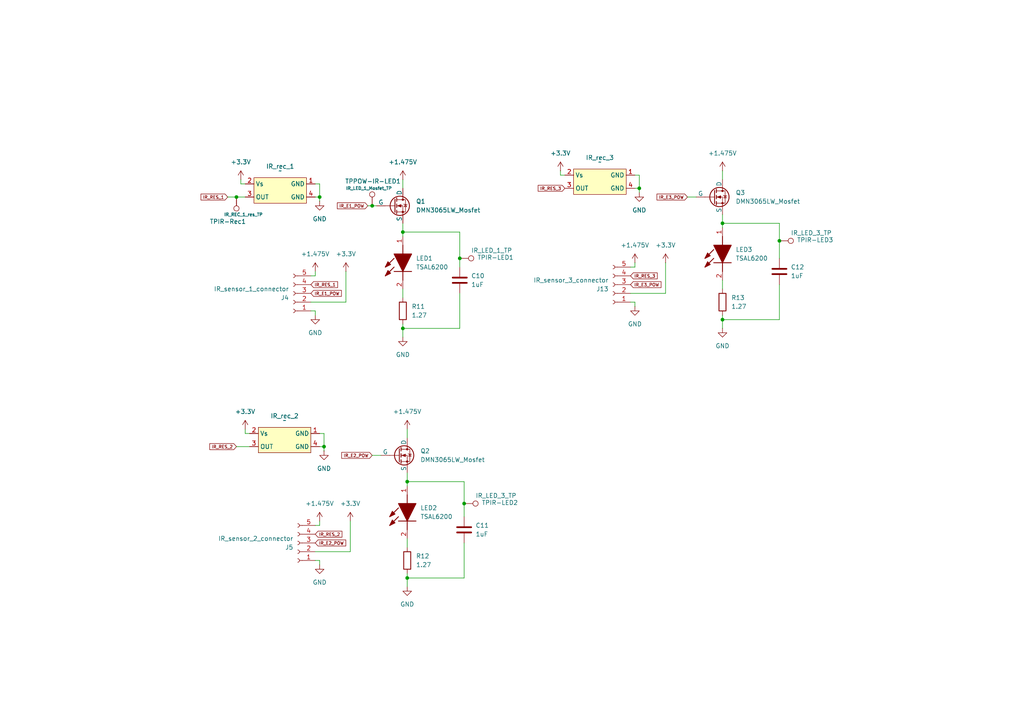
<source format=kicad_sch>
(kicad_sch (version 20250114) (generator "eeschema") (generator_version "9.0")
  (paper "A4")
  (lib_symbols
    (symbol "Connector:Conn_01x05_Socket" (pin_names (offset 1.016) (hide yes))
      (property "Reference" "J" (at 0 7.62 0))
      (property "Value" "Conn_01x05_Socket" (at 0 -7.62 0))
      (symbol "Conn_01x05_Socket_1_1"
        (polyline (pts (xy -1.27 5.08) (xy -0.508 5.08)) (stroke (width 0.1524)))
        (polyline (pts (xy -1.27 2.54) (xy -0.508 2.54)) (stroke (width 0.1524)))
        (polyline (pts (xy -1.27 0) (xy -0.508 0)) (stroke (width 0.1524)))
        (polyline (pts (xy -1.27 -2.54) (xy -0.508 -2.54)) (stroke (width 0.1524)))
        (polyline (pts (xy -1.27 -5.08) (xy -0.508 -5.08)) (stroke (width 0.1524)))
        (arc (start 0 4.572) (mid -0.5058 5.08) (end 0 5.588) (stroke (width 0.1524)))
        (arc (start 0 2.032) (mid -0.5058 2.54) (end 0 3.048) (stroke (width 0.1524)))
        (arc (start 0 -0.508) (mid -0.5058 0) (end 0 0.508) (stroke (width 0.1524)))
        (arc (start 0 -3.048) (mid -0.5058 -2.54) (end 0 -2.032) (stroke (width 0.1524)))
        (arc (start 0 -5.588) (mid -0.5058 -5.08) (end 0 -4.572) (stroke (width 0.1524)))
        (pin passive line (at -5.08 5.08 0) (length 3.81) (name "Pin_1") (number "1"))
        (pin passive line (at -5.08 2.54 0) (length 3.81) (name "Pin_2") (number "2"))
        (pin passive line (at -5.08 0 0) (length 3.81) (name "Pin_3") (number "3"))
        (pin passive line (at -5.08 -2.54 0) (length 3.81) (name "Pin_4") (number "4"))
        (pin passive line (at -5.08 -5.08 0) (length 3.81) (name "Pin_5") (number "5"))
      )
    )
    (symbol "Connector:TestPoint" (pin_numbers (hide yes)) (pin_names (offset 0.762) (hide yes))
      (property "Reference" "TP" (at 0 6.858 0))
      (property "Value" "TestPoint" (at 0 5.08 0))
      (symbol "TestPoint_0_1"
        (circle (center 0 3.302) (radius 0.762))
      )
      (symbol "TestPoint_1_1"
        (pin passive line (at 0 0 90) (length 2.54) (name "1") (number "1"))
      )
    )
    (symbol "Device:C" (pin_numbers (hide yes)) (pin_names (offset 0.254))
      (property "Reference" "C" (at 0.635 2.54 0))
      (property "Value" "C" (at 0.635 -2.54 0))
      (symbol "C_0_1"
        (polyline (pts (xy -2.032 0.762) (xy 2.032 0.762)) (stroke (width 0.508)))
        (polyline (pts (xy -2.032 -0.762) (xy 2.032 -0.762)) (stroke (width 0.508)))
      )
      (symbol "C_1_1"
        (pin passive line (at 0 3.81 270) (length 2.794) (name "~") (number "1"))
        (pin passive line (at 0 -3.81 90) (length 2.794) (name "~") (number "2"))
      )
    )
    (symbol "Device:R" (pin_numbers (hide yes)) (pin_names (offset 0))
      (property "Reference" "R" (at 2.032 0 90))
      (property "Value" "R" (at 0 0 90))
      (symbol "R_0_1"
        (rectangle (start -1.016 -2.54) (end 1.016 2.54) (stroke (width 0.254)))
      )
      (symbol "R_1_1"
        (pin passive line (at 0 3.81 270) (length 1.27) (name "~") (number "1"))
        (pin passive line (at 0 -3.81 90) (length 1.27) (name "~") (number "2"))
      )
    )
    (symbol "PAMI-Power_Board_specific_symbols:+1.475V" (power) (pin_numbers (hide yes)) (pin_names (offset 0) (hide yes))
      (property "Value" "+1.475V" (at 0 3.556 0))
      (symbol "+1.475V_0_1"
        (polyline (pts (xy -0.762 1.27) (xy 0 2.54)))
        (polyline (pts (xy 0 2.54) (xy 0.762 1.27)))
        (polyline (pts (xy 0 0) (xy 0 2.54)))
      )
      (symbol "+1.475V_1_1"
        (pin power_in line (at 0 0 90) (length 0) (name "~") (number "1"))
      )
    )
    (symbol "PAMI-Power_Board_specific_symbols:+3.3V" (power) (pin_numbers (hide yes)) (pin_names (offset 0) (hide yes))
      (property "Value" "+3.3V" (at 0 3.556 0))
      (symbol "+3.3V_0_1"
        (polyline (pts (xy -0.762 1.27) (xy 0 2.54)))
        (polyline (pts (xy 0 2.54) (xy 0.762 1.27)))
        (polyline (pts (xy 0 0) (xy 0 2.54)))
      )
      (symbol "+3.3V_1_1"
        (pin power_in line (at 0 0 90) (length 0) (name "~") (number "1"))
      )
    )
    (symbol "PAMI-Power_Board_specific_symbols:TSSP770_IR_receiver"
      (property "Reference" "U" (at -1.524 5.334 0))
      (symbol "TSSP770_IR_receiver_1_1"
        (rectangle (start 0 1.778) (end 15.24 -5.588) (fill (type background)))
        (pin power_in line (at -2.54 0 0) (length 2.54) (name "Vs") (number "2"))
        (pin output line (at -2.54 -3.81 0) (length 2.54) (name "OUT") (number "3"))
        (pin power_in line (at 17.78 0 180) (length 2.54) (name "GND") (number "1"))
        (pin power_in line (at 17.78 -3.81 180) (length 2.54) (name "GND") (number "4"))
      )
    )
    (symbol "PAMI-TSAL6200:TSAL6200" (pin_names (hide yes))
      (property "Reference" "LED" (at 12.7 8.89 0))
      (property "Value" "TSAL6200" (at 12.7 6.35 0))
      (symbol "TSAL6200_1_1"
        (polyline (pts (xy 2.54 0) (xy 5.08 0)) (stroke (width 0.254)))
        (polyline (pts (xy 5.08 2.54) (xy 5.08 -2.54)) (stroke (width 0.254)))
        (polyline (pts (xy 5.08 0) (xy 10.16 2.54) (xy 10.16 -2.54) (xy 5.08 0)) (stroke (width 0.254)) (fill (type outline)))
        (polyline (pts (xy 5.334 4.318) (xy 4.572 3.556) (xy 3.81 5.08) (xy 5.334 4.318)) (stroke (width 0.254)) (fill (type outline)))
        (polyline (pts (xy 6.35 2.54) (xy 3.81 5.08)) (stroke (width 0.254)))
        (polyline (pts (xy 7.874 4.318) (xy 7.112 3.556) (xy 6.35 5.08) (xy 7.874 4.318)) (stroke (width 0.254)) (fill (type outline)))
        (polyline (pts (xy 8.89 2.54) (xy 6.35 5.08)) (stroke (width 0.254)))
        (polyline (pts (xy 10.16 0) (xy 12.7 0)) (stroke (width 0.254)))
        (pin passive line (at 0 0 0) (length 2.54) (name "K") (number "2"))
        (pin passive line (at 15.24 0 180) (length 2.54) (name "A") (number "1"))
      )
    )
    (symbol "Simulation_SPICE:NMOS" (pin_numbers (hide yes)) (pin_names (offset 0))
      (property "Reference" "Q" (at 5.08 1.27 0))
      (property "Value" "NMOS" (at 5.08 -1.27 0))
      (symbol "NMOS_0_1"
        (polyline (pts (xy 0.254 1.905) (xy 0.254 -1.905)) (stroke (width 0.254)))
        (polyline (pts (xy 0.254 0) (xy -2.54 0)))
        (polyline (pts (xy 0.762 2.286) (xy 0.762 1.27)) (stroke (width 0.254)))
        (polyline (pts (xy 0.762 0.508) (xy 0.762 -0.508)) (stroke (width 0.254)))
        (polyline (pts (xy 0.762 -1.27) (xy 0.762 -2.286)) (stroke (width 0.254)))
        (polyline (pts (xy 0.762 -1.778) (xy 3.302 -1.778) (xy 3.302 1.778) (xy 0.762 1.778)))
        (polyline (pts (xy 1.016 0) (xy 2.032 0.381) (xy 2.032 -0.381) (xy 1.016 0)) (fill (type outline)))
        (circle (center 1.651 0) (radius 2.794) (stroke (width 0.254)))
        (polyline (pts (xy 2.54 2.54) (xy 2.54 1.778)))
        (circle (center 2.54 1.778) (radius 0.254) (fill (type outline)))
        (circle (center 2.54 -1.778) (radius 0.254) (fill (type outline)))
        (polyline (pts (xy 2.54 -2.54) (xy 2.54 0) (xy 0.762 0)))
        (polyline (pts (xy 2.794 0.508) (xy 2.921 0.381) (xy 3.683 0.381) (xy 3.81 0.254)))
        (polyline (pts (xy 3.302 0.381) (xy 2.921 -0.254) (xy 3.683 -0.254) (xy 3.302 0.381)))
      )
      (symbol "NMOS_1_1"
        (pin input line (at -5.08 0 0) (length 2.54) (name "G") (number "2"))
        (pin passive line (at 2.54 5.08 270) (length 2.54) (name "D") (number "1"))
        (pin passive line (at 2.54 -5.08 90) (length 2.54) (name "S") (number "3"))
      )
    )
    (symbol "power:GND" (power) (pin_numbers (hide yes)) (pin_names (offset 0) (hide yes))
      (property "Value" "GND" (at 0 -3.81 0))
      (symbol "GND_0_1"
        (polyline (pts (xy 0 0) (xy 0 -1.27) (xy 1.27 -1.27) (xy 0 -2.54) (xy -1.27 -1.27) (xy 0 -1.27)))
      )
      (symbol "GND_1_1"
        (pin power_in line (at 0 0 270) (length 0) (name "~") (number "1"))
      )
    )
  )
  (junction (at 185.42 54.61))
  (junction (at 118.11 139.7))
  (junction (at 226.06 69.85))
  (junction (at 68.58 57.15))
  (junction (at 118.11 167.64))
  (junction (at 116.84 67.31))
  (junction (at 92.71 57.15))
  (junction (at 116.84 95.25))
  (junction (at 209.55 64.77))
  (junction (at 134.62 146.05))
  (junction (at 133.35 74.93))
  (junction (at 93.98 129.54))
  (junction (at 209.55 92.71))
  (junction (at 107.95 59.69))
  (wire (pts (xy 209.55 64.77) (xy 209.55 66.04)))
  (wire (pts (xy 93.98 125.73) (xy 93.98 129.54)))
  (wire (pts (xy 92.71 163.83) (xy 92.71 162.56)))
  (wire (pts (xy 162.56 50.8) (xy 162.56 49.53)))
  (wire (pts (xy 116.84 52.07) (xy 116.84 54.61)))
  (wire (pts (xy 91.44 57.15) (xy 92.71 57.15)))
  (wire (pts (xy 116.84 83.82) (xy 116.84 86.36)))
  (wire (pts (xy 118.11 139.7) (xy 118.11 140.97)))
  (wire (pts (xy 209.55 62.23) (xy 209.55 64.77)))
  (wire (pts (xy 209.55 92.71) (xy 209.55 95.25)))
  (wire (pts (xy 184.15 87.63) (xy 182.88 87.63)))
  (wire (pts (xy 118.11 166.37) (xy 118.11 167.64)))
  (wire (pts (xy 134.62 146.05) (xy 134.62 139.7)))
  (wire (pts (xy 134.62 139.7) (xy 118.11 139.7)))
  (wire (pts (xy 93.98 129.54) (xy 93.98 130.81)))
  (wire (pts (xy 92.71 125.73) (xy 93.98 125.73)))
  (wire (pts (xy 92.71 57.15) (xy 92.71 58.42)))
  (wire (pts (xy 68.58 57.15) (xy 71.12 57.15)))
  (wire (pts (xy 68.58 129.54) (xy 72.39 129.54)))
  (wire (pts (xy 134.62 167.64) (xy 118.11 167.64)))
  (wire (pts (xy 226.06 92.71) (xy 209.55 92.71)))
  (wire (pts (xy 209.55 91.44) (xy 209.55 92.71)))
  (wire (pts (xy 91.44 91.44) (xy 91.44 90.17)))
  (wire (pts (xy 116.84 64.77) (xy 116.84 67.31)))
  (wire (pts (xy 226.06 64.77) (xy 209.55 64.77)))
  (wire (pts (xy 107.95 132.08) (xy 110.49 132.08)))
  (wire (pts (xy 116.84 93.98) (xy 116.84 95.25)))
  (wire (pts (xy 91.44 90.17) (xy 90.17 90.17)))
  (wire (pts (xy 92.71 162.56) (xy 91.44 162.56)))
  (wire (pts (xy 90.17 87.63) (xy 100.33 87.63)))
  (wire (pts (xy 209.55 81.28) (xy 209.55 83.82)))
  (wire (pts (xy 133.35 77.47) (xy 133.35 74.93)))
  (wire (pts (xy 91.44 152.4) (xy 92.71 152.4)))
  (wire (pts (xy 66.04 57.15) (xy 68.58 57.15)))
  (wire (pts (xy 118.11 124.46) (xy 118.11 127)))
  (wire (pts (xy 209.55 49.53) (xy 209.55 52.07)))
  (wire (pts (xy 184.15 88.9) (xy 184.15 87.63)))
  (wire (pts (xy 90.17 80.01) (xy 91.44 80.01)))
  (wire (pts (xy 71.12 125.73) (xy 71.12 124.46)))
  (wire (pts (xy 91.44 160.02) (xy 101.6 160.02)))
  (wire (pts (xy 185.42 50.8) (xy 185.42 54.61)))
  (wire (pts (xy 226.06 74.93) (xy 226.06 69.85)))
  (wire (pts (xy 92.71 53.34) (xy 92.71 57.15)))
  (wire (pts (xy 163.83 50.8) (xy 162.56 50.8)))
  (wire (pts (xy 118.11 167.64) (xy 118.11 170.18)))
  (wire (pts (xy 91.44 80.01) (xy 91.44 78.74)))
  (wire (pts (xy 193.04 76.2) (xy 193.04 85.09)))
  (wire (pts (xy 92.71 129.54) (xy 93.98 129.54)))
  (wire (pts (xy 116.84 67.31) (xy 116.84 68.58)))
  (wire (pts (xy 133.35 85.09) (xy 133.35 95.25)))
  (wire (pts (xy 184.15 54.61) (xy 185.42 54.61)))
  (wire (pts (xy 107.95 59.69) (xy 106.68 59.69)))
  (wire (pts (xy 109.22 59.69) (xy 107.95 59.69)))
  (wire (pts (xy 134.62 157.48) (xy 134.62 167.64)))
  (wire (pts (xy 100.33 78.74) (xy 100.33 87.63)))
  (wire (pts (xy 185.42 54.61) (xy 185.42 55.88)))
  (wire (pts (xy 184.15 77.47) (xy 184.15 76.2)))
  (wire (pts (xy 133.35 74.93) (xy 133.35 67.31)))
  (wire (pts (xy 101.6 151.13) (xy 101.6 160.02)))
  (wire (pts (xy 184.15 50.8) (xy 185.42 50.8)))
  (wire (pts (xy 71.12 53.34) (xy 69.85 53.34)))
  (wire (pts (xy 116.84 95.25) (xy 116.84 97.79)))
  (wire (pts (xy 118.11 137.16) (xy 118.11 139.7)))
  (wire (pts (xy 133.35 95.25) (xy 116.84 95.25)))
  (wire (pts (xy 199.39 57.15) (xy 201.93 57.15)))
  (wire (pts (xy 92.71 152.4) (xy 92.71 151.13)))
  (wire (pts (xy 182.88 85.09) (xy 193.04 85.09)))
  (wire (pts (xy 226.06 69.85) (xy 226.06 64.77)))
  (wire (pts (xy 91.44 53.34) (xy 92.71 53.34)))
  (wire (pts (xy 134.62 149.86) (xy 134.62 146.05)))
  (wire (pts (xy 133.35 67.31) (xy 116.84 67.31)))
  (wire (pts (xy 182.88 77.47) (xy 184.15 77.47)))
  (wire (pts (xy 69.85 53.34) (xy 69.85 52.07)))
  (wire (pts (xy 72.39 125.73) (xy 71.12 125.73)))
  (wire (pts (xy 118.11 156.21) (xy 118.11 158.75)))
  (wire (pts (xy 226.06 82.55) (xy 226.06 92.71)))
  (global_label "IR_RES_2" (shape input) (at 68.58 129.54 180) (effects (font (size 0.889 0.889))) (property "Intersheetrefs" "${INTERSHEET_REFS}" (effects (hide yes))))
  (global_label "IR_RES_3" (shape input) (at 182.88 80.01 0) (effects (font (size 0.889 0.889))) (property "Intersheetrefs" "${INTERSHEET_REFS}" (effects (hide yes))))
  (global_label "IR_E2_POW" (shape input) (at 91.44 157.48 0) (effects (font (size 0.889 0.889))) (property "Intersheetrefs" "${INTERSHEET_REFS}" (effects (hide yes))))
  (global_label "IR_RES_1" (shape input) (at 90.17 82.55 0) (effects (font (size 0.889 0.889))) (property "Intersheetrefs" "${INTERSHEET_REFS}" (effects (hide yes))))
  (global_label "IR_E3_POW" (shape input) (at 199.39 57.15 180) (effects (font (size 0.889 0.889))) (property "Intersheetrefs" "${INTERSHEET_REFS}" (effects (hide yes))))
  (global_label "IR_E1_POW" (shape input) (at 106.68 59.69 180) (effects (font (size 0.889 0.889))) (property "Intersheetrefs" "${INTERSHEET_REFS}" (effects (hide yes))))
  (global_label "IR_RES_2" (shape input) (at 91.44 154.94 0) (effects (font (size 0.889 0.889))) (property "Intersheetrefs" "${INTERSHEET_REFS}" (effects (hide yes))))
  (global_label "IR_E2_POW" (shape input) (at 107.95 132.08 180) (effects (font (size 0.889 0.889))) (property "Intersheetrefs" "${INTERSHEET_REFS}" (effects (hide yes))))
  (global_label "IR_E1_POW" (shape input) (at 90.17 85.09 0) (effects (font (size 0.889 0.889))) (property "Intersheetrefs" "${INTERSHEET_REFS}" (effects (hide yes))))
  (global_label "IR_RES_3" (shape input) (at 163.83 54.61 180) (effects (font (size 0.889 0.889))) (property "Intersheetrefs" "${INTERSHEET_REFS}" (effects (hide yes))))
  (global_label "IR_RES_1" (shape input) (at 66.04 57.15 180) (effects (font (size 0.889 0.889))) (property "Intersheetrefs" "${INTERSHEET_REFS}" (effects (hide yes))))
  (global_label "IR_E3_POW" (shape input) (at 182.88 82.55 0) (effects (font (size 0.889 0.889))) (property "Intersheetrefs" "${INTERSHEET_REFS}" (effects (hide yes))))
  (symbol (lib_id "PAMI-Power_Board_specific_symbols:+1.475V") (at 209.55 49.53 0) (unit 1)
    (property "Reference" "#PWR072" (effects (hide yes)))
    (property "Value" "+1.475V" (at 209.55 44.45 0))
    (property "Description" "Power symbol creates a global label with name \"+1.475V\"" (effects (hide yes)))
  )
  (symbol (lib_id "PAMI-Power_Board_specific_symbols:+3.3V") (at 100.33 78.74 0) (unit 1)
    (property "Reference" "#PWR042" (effects (hide yes)))
    (property "Value" "+3.3V" (at 100.33 73.66 0))
    (property "Description" "Power symbol creates a global label with name \"+3.3V\"" (effects (hide yes)))
  )
  (symbol (lib_id "Connector:TestPoint") (at 107.95 59.69 0) (unit 1)
    (property "Reference" "TPPOW-IR-LED1" (at 100.076 52.578 0) (effects (justify left)))
    (property "Value" "IR_LED_1_Mosfet_TP" (at 100.33 54.61 0) (effects (font (size 0.889 0.889)) (justify left)))
    (property "Footprint" "Test_hooks:S275146R" (effects (hide yes)))
    (property "Description" "test point" (effects (hide yes)))
  )
  (symbol (lib_id "Connector:Conn_01x05_Socket") (at 85.09 85.09 180) (unit 1)
    (property "Reference" "J4" (at 83.82 86.3601 0) (effects (justify left)))
    (property "Value" "IR_sensor_1_connector" (at 83.82 83.8201 0) (effects (justify left)))
    (property "Footprint" "JST_Connectors:JST_ZH_1x05_P1.50mm_Vertical" (effects (hide yes)))
    (property "Description" "Generic connector, single row, 01x05, script generated" (effects (hide yes)))
  )
  (symbol (lib_id "power:GND") (at 118.11 170.18 0) (unit 1)
    (property "Reference" "#PWR047" (effects (hide yes)))
    (property "Value" "GND" (at 118.11 175.26 0))
    (property "Description" "Power symbol creates a global label with name \"GND\" , ground" (effects (hide yes)))
  )
  (symbol (lib_id "Device:R") (at 116.84 90.17 0) (unit 1)
    (property "Reference" "R11" (at 119.38 88.8999 0) (effects (justify left)))
    (property "Value" "1.27" (at 119.38 91.4399 0) (effects (justify left)))
    (property "Footprint" "Resistor_SMD:R_0805_2012Metric_Pad1.20x1.40mm_HandSolder" (effects (hide yes)))
    (property "Description" "Resistor" (effects (hide yes)))
  )
  (symbol (lib_id "Simulation_SPICE:NMOS") (at 115.57 132.08 0) (unit 1)
    (property "Reference" "Q2" (at 121.92 130.8099 0) (effects (justify left)))
    (property "Value" "DMN3065LW_Mosfet" (at 121.92 133.3499 0) (effects (justify left)))
    (property "Footprint" "Mosfet_Transistor_DMN3065LW-7:SOT65P210X110-3N" (effects (hide yes)))
    (property "Datasheet" "https://ngspice.sourceforge.io/docs/ngspice-html-manual/manual.xhtml#cha_MOSFETs" (effects (hide yes)))
    (property "Description" "N-MOSFET transistor, drain/source/gate" (effects (hide yes)))
    (property "Sim.Device" "NMOS" (effects (hide yes)))
    (property "Sim.Type" "VDMOS" (effects (hide yes)))
    (property "Sim.Pins" "1=D 2=G 3=S" (effects (hide yes)))
  )
  (symbol (lib_id "Device:R") (at 209.55 87.63 0) (unit 1)
    (property "Reference" "R13" (at 212.09 86.3599 0) (effects (justify left)))
    (property "Value" "1.27" (at 212.09 88.8999 0) (effects (justify left)))
    (property "Footprint" "Resistor_SMD:R_0805_2012Metric_Pad1.20x1.40mm_HandSolder" (effects (hide yes)))
    (property "Description" "Resistor" (effects (hide yes)))
  )
  (symbol (lib_id "power:GND") (at 92.71 163.83 0) (unit 1)
    (property "Reference" "#PWR040" (effects (hide yes)))
    (property "Value" "GND" (at 92.71 168.91 0))
    (property "Description" "Power symbol creates a global label with name \"GND\" , ground" (effects (hide yes)))
  )
  (symbol (lib_id "Connector:TestPoint") (at 134.62 146.05 270) (unit 1)
    (property "Reference" "TPIR-LED2" (at 139.7 145.796 90) (effects (justify left)))
    (property "Value" "IR_LED_3_TP" (at 137.922 143.764 90) (effects (justify left)))
    (property "Footprint" "Test_hooks:S275146R" (effects (hide yes)))
    (property "Description" "test point" (effects (hide yes)))
  )
  (symbol (lib_id "PAMI-Power_Board_specific_symbols:+3.3V") (at 71.12 124.46 0) (unit 1)
    (property "Reference" "#PWR035" (effects (hide yes)))
    (property "Value" "+3.3V" (at 71.12 119.38 0))
    (property "Description" "Power symbol creates a global label with name \"+3.3V\"" (effects (hide yes)))
  )
  (symbol (lib_id "PAMI-Power_Board_specific_symbols:+1.475V") (at 184.15 76.2 0) (unit 1)
    (property "Reference" "#PWR049" (effects (hide yes)))
    (property "Value" "+1.475V" (at 184.15 71.12 0))
    (property "Description" "Power symbol creates a global label with name \"+1.475V\"" (effects (hide yes)))
  )
  (symbol (lib_id "Connector:TestPoint") (at 68.58 57.15 180) (unit 1)
    (property "Reference" "TPIR-Rec1" (at 71.374 64.262 0) (effects (justify left)))
    (property "Value" "IR_REC_1_res_TP" (at 76.2 62.23 0) (effects (font (size 0.889 0.889)) (justify left)))
    (property "Footprint" "Test_hooks:S275146R" (effects (hide yes)))
    (property "Description" "test point" (effects (hide yes)))
  )
  (symbol (lib_id "power:GND") (at 116.84 97.79 0) (unit 1)
    (property "Reference" "#PWR045" (effects (hide yes)))
    (property "Value" "GND" (at 116.84 102.87 0))
    (property "Description" "Power symbol creates a global label with name \"GND\" , ground" (effects (hide yes)))
  )
  (symbol (lib_id "Device:C") (at 134.62 153.67 0) (unit 1)
    (property "Reference" "C11" (at 137.922 152.3999 0) (effects (justify left)))
    (property "Value" "1uF" (at 137.922 154.9399 0) (effects (justify left)))
    (property "Footprint" "Capacitor_SMD:C_0805_2012Metric_Pad1.18x1.45mm_HandSolder" (effects (hide yes)))
  )
  (symbol (lib_id "PAMI-Power_Board_specific_symbols:TSSP770_IR_receiver") (at 74.93 125.73 0) (unit 1)
    (property "Reference" "IR_rec_2" (at 82.55 120.65 0))
    (property "Value" "~" (at 82.55 121.92 0))
    (property "Footprint" "IR_rec_module:IR_receiver_TSSP77038TT" (effects (hide yes)))
  )
  (symbol (lib_id "PAMI-TSAL6200:TSAL6200") (at 209.55 81.28 90) (unit 1)
    (property "Reference" "LED3" (at 213.36 72.3899 90) (effects (justify right)))
    (property "Value" "TSAL6200" (at 213.36 74.9299 90) (effects (justify right)))
    (property "Footprint" "IR_Emiter_TSAL6200:TSAL6200" (effects (hide yes)))
    (property "Datasheet" "http://www.vishay.com/docs/81010/tsal6200.pdf" (effects (hide yes)))
    (property "Description" "Infrared LED 5mm 940nm 17deg Vishay TSAL6200 IR LED, 940nm, T-1 3/4 (5mm) Through Hole package" (effects (hide yes)))
    (property "Height" "9" (effects (hide yes)))
    (property "Manufacturer_Name" "Vishay" (effects (hide yes)))
    (property "Manufacturer_Part_Number" "TSAL6200" (effects (hide yes)))
    (property "Mouser Part Number" "782-TSAL6200" (effects (hide yes)))
    (property "Mouser Price/Stock" "https://www.mouser.co.uk/ProductDetail/Vishay-Semiconductors/TSAL6200?qs=GAjK1cmKyrlKVEUhArzG2A%3D%3D" (effects (hide yes)))
    (property "Arrow Part Number" "TSAL6200" (effects (hide yes)))
    (property "Arrow Price/Stock" "https://www.arrow.com/en/products/tsal6200/vishay?region=nac" (effects (hide yes)))
  )
  (symbol (lib_id "Connector:Conn_01x05_Socket") (at 86.36 157.48 180) (unit 1)
    (property "Reference" "J5" (at 85.09 158.7501 0) (effects (justify left)))
    (property "Value" "IR_sensor_2_connector" (at 85.09 156.2101 0) (effects (justify left)))
    (property "Footprint" "JST_Connectors:JST_ZH_1x05_P1.50mm_Vertical" (effects (hide yes)))
    (property "Description" "Generic connector, single row, 01x05, script generated" (effects (hide yes)))
  )
  (symbol (lib_id "PAMI-Power_Board_specific_symbols:+1.475V") (at 118.11 124.46 0) (unit 1)
    (property "Reference" "#PWR046" (effects (hide yes)))
    (property "Value" "+1.475V" (at 118.11 119.38 0))
    (property "Description" "Power symbol creates a global label with name \"+1.475V\"" (effects (hide yes)))
  )
  (symbol (lib_id "PAMI-Power_Board_specific_symbols:+3.3V") (at 162.56 49.53 0) (unit 1)
    (property "Reference" "#PWR048" (effects (hide yes)))
    (property "Value" "+3.3V" (at 162.56 44.45 0))
    (property "Description" "Power symbol creates a global label with name \"+3.3V\"" (effects (hide yes)))
  )
  (symbol (lib_id "power:GND") (at 93.98 130.81 0) (unit 1)
    (property "Reference" "#PWR041" (effects (hide yes)))
    (property "Value" "GND" (at 93.98 135.89 0))
    (property "Description" "Power symbol creates a global label with name \"GND\" , ground" (effects (hide yes)))
  )
  (symbol (lib_id "PAMI-Power_Board_specific_symbols:+1.475V") (at 92.71 151.13 0) (unit 1)
    (property "Reference" "#PWR039" (effects (hide yes)))
    (property "Value" "+1.475V" (at 92.71 146.05 0))
    (property "Description" "Power symbol creates a global label with name \"+1.475V\"" (effects (hide yes)))
  )
  (symbol (lib_id "Connector:TestPoint") (at 133.35 74.93 270) (unit 1)
    (property "Reference" "TPIR-LED1" (at 138.43 74.676 90) (effects (justify left)))
    (property "Value" "IR_LED_1_TP" (at 136.652 72.644 90) (effects (justify left)))
    (property "Footprint" "Test_hooks:S275146R" (effects (hide yes)))
    (property "Description" "test point" (effects (hide yes)))
  )
  (symbol (lib_id "Simulation_SPICE:NMOS") (at 207.01 57.15 0) (unit 1)
    (property "Reference" "Q3" (at 213.36 55.8799 0) (effects (justify left)))
    (property "Value" "DMN3065LW_Mosfet" (at 213.36 58.4199 0) (effects (justify left)))
    (property "Footprint" "Mosfet_Transistor_DMN3065LW-7:SOT65P210X110-3N" (effects (hide yes)))
    (property "Datasheet" "https://ngspice.sourceforge.io/docs/ngspice-html-manual/manual.xhtml#cha_MOSFETs" (effects (hide yes)))
    (property "Description" "N-MOSFET transistor, drain/source/gate" (effects (hide yes)))
    (property "Sim.Device" "NMOS" (effects (hide yes)))
    (property "Sim.Type" "VDMOS" (effects (hide yes)))
    (property "Sim.Pins" "1=D 2=G 3=S" (effects (hide yes)))
  )
  (symbol (lib_id "PAMI-Power_Board_specific_symbols:+3.3V") (at 193.04 76.2 0) (unit 1)
    (property "Reference" "#PWR071" (effects (hide yes)))
    (property "Value" "+3.3V" (at 193.04 71.12 0))
    (property "Description" "Power symbol creates a global label with name \"+3.3V\"" (effects (hide yes)))
  )
  (symbol (lib_id "Device:C") (at 226.06 78.74 0) (unit 1)
    (property "Reference" "C12" (at 229.362 77.4699 0) (effects (justify left)))
    (property "Value" "1uF" (at 229.362 80.0099 0) (effects (justify left)))
    (property "Footprint" "Capacitor_SMD:C_0805_2012Metric_Pad1.18x1.45mm_HandSolder" (effects (hide yes)))
  )
  (symbol (lib_id "PAMI-TSAL6200:TSAL6200") (at 116.84 83.82 90) (unit 1)
    (property "Reference" "LED1" (at 120.65 74.9299 90) (effects (justify right)))
    (property "Value" "TSAL6200" (at 120.65 77.4699 90) (effects (justify right)))
    (property "Footprint" "IR_Emiter_TSAL6200:TSAL6200" (effects (hide yes)))
    (property "Datasheet" "http://www.vishay.com/docs/81010/tsal6200.pdf" (effects (hide yes)))
    (property "Description" "Infrared LED 5mm 940nm 17deg Vishay TSAL6200 IR LED, 940nm, T-1 3/4 (5mm) Through Hole package" (effects (hide yes)))
    (property "Height" "9" (effects (hide yes)))
    (property "Manufacturer_Name" "Vishay" (effects (hide yes)))
    (property "Manufacturer_Part_Number" "TSAL6200" (effects (hide yes)))
    (property "Mouser Part Number" "782-TSAL6200" (effects (hide yes)))
    (property "Mouser Price/Stock" "https://www.mouser.co.uk/ProductDetail/Vishay-Semiconductors/TSAL6200?qs=GAjK1cmKyrlKVEUhArzG2A%3D%3D" (effects (hide yes)))
    (property "Arrow Part Number" "TSAL6200" (effects (hide yes)))
    (property "Arrow Price/Stock" "https://www.arrow.com/en/products/tsal6200/vishay?region=nac" (effects (hide yes)))
  )
  (symbol (lib_id "PAMI-Power_Board_specific_symbols:TSSP770_IR_receiver") (at 73.66 53.34 0) (unit 1)
    (property "Reference" "IR_rec_1" (at 81.28 48.26 0))
    (property "Value" "~" (at 81.28 49.53 0))
    (property "Footprint" "IR_rec_module:IR_receiver_TSSP77038TT" (effects (hide yes)))
  )
  (symbol (lib_id "power:GND") (at 185.42 55.88 0) (unit 1)
    (property "Reference" "#PWR070" (effects (hide yes)))
    (property "Value" "GND" (at 185.42 60.96 0))
    (property "Description" "Power symbol creates a global label with name \"GND\" , ground" (effects (hide yes)))
  )
  (symbol (lib_id "Connector:Conn_01x05_Socket") (at 177.8 82.55 180) (unit 1)
    (property "Reference" "J13" (at 176.53 83.8201 0) (effects (justify left)))
    (property "Value" "IR_sensor_3_connector" (at 176.53 81.2801 0) (effects (justify left)))
    (property "Footprint" "JST_Connectors:JST_ZH_1x05_P1.50mm_Vertical" (effects (hide yes)))
    (property "Description" "Generic connector, single row, 01x05, script generated" (effects (hide yes)))
  )
  (symbol (lib_id "Device:C") (at 133.35 81.28 0) (unit 1)
    (property "Reference" "C10" (at 136.652 80.0099 0) (effects (justify left)))
    (property "Value" "1uF" (at 136.652 82.5499 0) (effects (justify left)))
    (property "Footprint" "Capacitor_SMD:C_0805_2012Metric_Pad1.18x1.45mm_HandSolder" (effects (hide yes)))
  )
  (symbol (lib_id "PAMI-Power_Board_specific_symbols:+3.3V") (at 101.6 151.13 0) (unit 1)
    (property "Reference" "#PWR043" (effects (hide yes)))
    (property "Value" "+3.3V" (at 101.6 146.05 0))
    (property "Description" "Power symbol creates a global label with name \"+3.3V\"" (effects (hide yes)))
  )
  (symbol (lib_id "power:GND") (at 91.44 91.44 0) (unit 1)
    (property "Reference" "#PWR037" (effects (hide yes)))
    (property "Value" "GND" (at 91.44 96.52 0))
    (property "Description" "Power symbol creates a global label with name \"GND\" , ground" (effects (hide yes)))
  )
  (symbol (lib_id "Simulation_SPICE:NMOS") (at 114.3 59.69 0) (unit 1)
    (property "Reference" "Q1" (at 120.65 58.4199 0) (effects (justify left)))
    (property "Value" "DMN3065LW_Mosfet" (at 120.65 60.9599 0) (effects (justify left)))
    (property "Footprint" "Mosfet_Transistor_DMN3065LW-7:SOT65P210X110-3N" (effects (hide yes)))
    (property "Datasheet" "https://ngspice.sourceforge.io/docs/ngspice-html-manual/manual.xhtml#cha_MOSFETs" (effects (hide yes)))
    (property "Description" "N-MOSFET transistor, drain/source/gate" (effects (hide yes)))
    (property "Sim.Device" "NMOS" (effects (hide yes)))
    (property "Sim.Type" "VDMOS" (effects (hide yes)))
    (property "Sim.Pins" "1=D 2=G 3=S" (effects (hide yes)))
  )
  (symbol (lib_id "PAMI-Power_Board_specific_symbols:+1.475V") (at 91.44 78.74 0) (unit 1)
    (property "Reference" "#PWR036" (effects (hide yes)))
    (property "Value" "+1.475V" (at 91.44 73.66 0))
    (property "Description" "Power symbol creates a global label with name \"+1.475V\"" (effects (hide yes)))
  )
  (symbol (lib_id "Device:R") (at 118.11 162.56 0) (unit 1)
    (property "Reference" "R12" (at 120.65 161.2899 0) (effects (justify left)))
    (property "Value" "1.27" (at 120.65 163.8299 0) (effects (justify left)))
    (property "Footprint" "Resistor_SMD:R_0805_2012Metric_Pad1.20x1.40mm_HandSolder" (effects (hide yes)))
    (property "Description" "Resistor" (effects (hide yes)))
  )
  (symbol (lib_id "power:GND") (at 92.71 58.42 0) (unit 1)
    (property "Reference" "#PWR038" (effects (hide yes)))
    (property "Value" "GND" (at 92.71 63.5 0))
    (property "Description" "Power symbol creates a global label with name \"GND\" , ground" (effects (hide yes)))
  )
  (symbol (lib_id "Connector:TestPoint") (at 226.06 69.85 270) (unit 1)
    (property "Reference" "TPIR-LED3" (at 231.14 69.596 90) (effects (justify left)))
    (property "Value" "IR_LED_3_TP" (at 229.362 67.564 90) (effects (justify left)))
    (property "Footprint" "Test_hooks:S275146R" (effects (hide yes)))
    (property "Description" "test point" (effects (hide yes)))
  )
  (symbol (lib_id "PAMI-TSAL6200:TSAL6200") (at 118.11 156.21 90) (unit 1)
    (property "Reference" "LED2" (at 121.92 147.3199 90) (effects (justify right)))
    (property "Value" "TSAL6200" (at 121.92 149.8599 90) (effects (justify right)))
    (property "Footprint" "IR_Emiter_TSAL6200:TSAL6200" (effects (hide yes)))
    (property "Datasheet" "http://www.vishay.com/docs/81010/tsal6200.pdf" (effects (hide yes)))
    (property "Description" "Infrared LED 5mm 940nm 17deg Vishay TSAL6200 IR LED, 940nm, T-1 3/4 (5mm) Through Hole package" (effects (hide yes)))
    (property "Height" "9" (effects (hide yes)))
    (property "Manufacturer_Name" "Vishay" (effects (hide yes)))
    (property "Manufacturer_Part_Number" "TSAL6200" (effects (hide yes)))
    (property "Mouser Part Number" "782-TSAL6200" (effects (hide yes)))
    (property "Mouser Price/Stock" "https://www.mouser.co.uk/ProductDetail/Vishay-Semiconductors/TSAL6200?qs=GAjK1cmKyrlKVEUhArzG2A%3D%3D" (effects (hide yes)))
    (property "Arrow Part Number" "TSAL6200" (effects (hide yes)))
    (property "Arrow Price/Stock" "https://www.arrow.com/en/products/tsal6200/vishay?region=nac" (effects (hide yes)))
  )
  (symbol (lib_id "power:GND") (at 209.55 95.25 0) (unit 1)
    (property "Reference" "#PWR073" (effects (hide yes)))
    (property "Value" "GND" (at 209.55 100.33 0))
    (property "Description" "Power symbol creates a global label with name \"GND\" , ground" (effects (hide yes)))
  )
  (symbol (lib_id "power:GND") (at 184.15 88.9 0) (unit 1)
    (property "Reference" "#PWR050" (effects (hide yes)))
    (property "Value" "GND" (at 184.15 93.98 0))
    (property "Description" "Power symbol creates a global label with name \"GND\" , ground" (effects (hide yes)))
  )
  (symbol (lib_id "PAMI-Power_Board_specific_symbols:TSSP770_IR_receiver") (at 166.37 50.8 0) (unit 1)
    (property "Reference" "IR_rec_3" (at 173.99 45.72 0))
    (property "Value" "~" (at 173.99 46.99 0))
    (property "Footprint" "IR_rec_module:IR_receiver_TSSP77038TT" (effects (hide yes)))
  )
  (symbol (lib_id "PAMI-Power_Board_specific_symbols:+1.475V") (at 116.84 52.07 0) (unit 1)
    (property "Reference" "#PWR044" (effects (hide yes)))
    (property "Value" "+1.475V" (at 116.84 46.99 0))
    (property "Description" "Power symbol creates a global label with name \"+1.475V\"" (effects (hide yes)))
  )
  (symbol (lib_id "PAMI-Power_Board_specific_symbols:+3.3V") (at 69.85 52.07 0) (unit 1)
    (property "Reference" "#PWR034" (effects (hide yes)))
    (property "Value" "+3.3V" (at 69.85 46.99 0))
    (property "Description" "Power symbol creates a global label with name \"+3.3V\"" (effects (hide yes)))
  )
)
</source>
